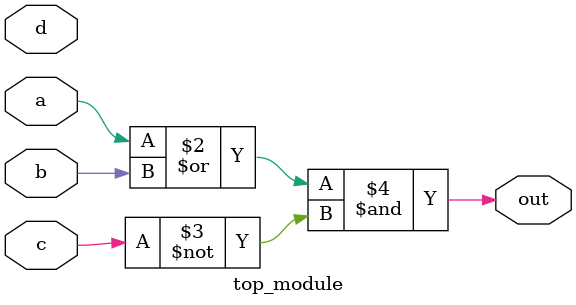
<source format=v>

module top_module (
	input a, 
	input b,
	input c,
	input d,
	output reg out
);

always @(*) begin
    out = (a | b) & ~c;
end

endmodule

</source>
